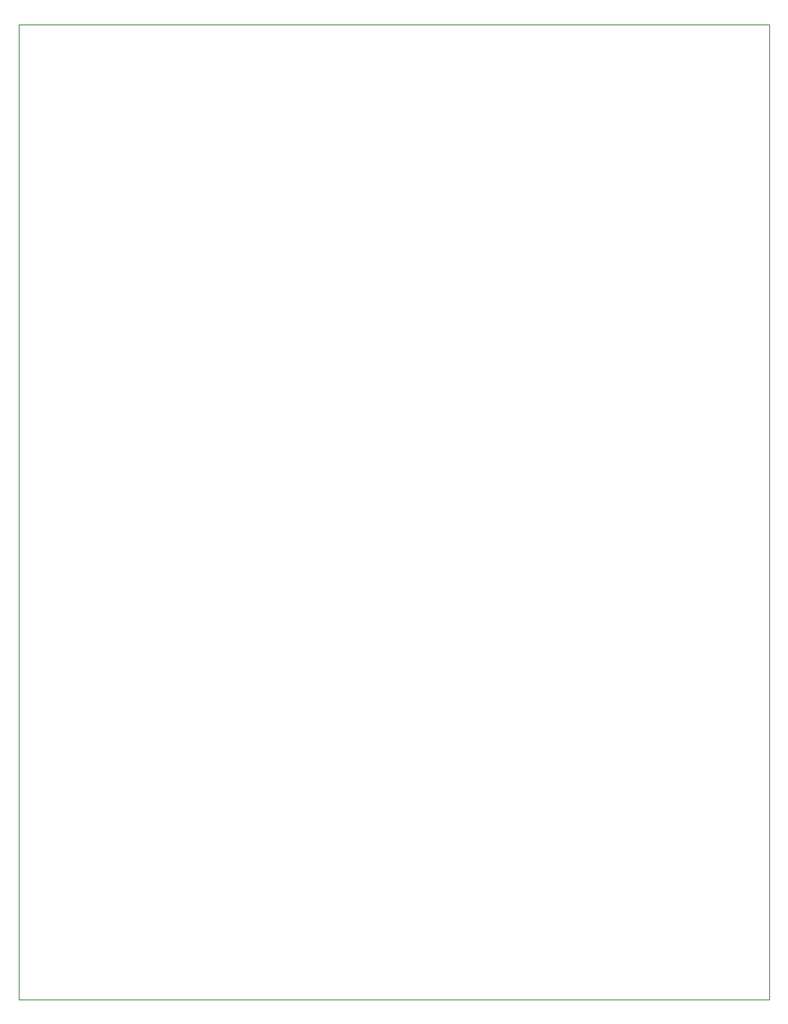
<source format=gbr>
G04 #@! TF.GenerationSoftware,KiCad,Pcbnew,6.0.7-f9a2dced07~116~ubuntu20.04.1*
G04 #@! TF.CreationDate,2022-08-19T20:43:36+02:00*
G04 #@! TF.ProjectId,sboxnet-booster,73626f78-6e65-4742-9d62-6f6f73746572,rev?*
G04 #@! TF.SameCoordinates,Original*
G04 #@! TF.FileFunction,Profile,NP*
%FSLAX46Y46*%
G04 Gerber Fmt 4.6, Leading zero omitted, Abs format (unit mm)*
G04 Created by KiCad (PCBNEW 6.0.7-f9a2dced07~116~ubuntu20.04.1) date 2022-08-19 20:43:36*
%MOMM*%
%LPD*%
G01*
G04 APERTURE LIST*
G04 #@! TA.AperFunction,Profile*
%ADD10C,0.050000*%
G04 #@! TD*
G04 APERTURE END LIST*
D10*
X58224000Y-54165500D02*
X136110000Y-54165500D01*
X136110000Y-54165500D02*
X136110000Y-155274500D01*
X136110000Y-155274500D02*
X58224000Y-155274500D01*
X58224000Y-155274500D02*
X58224000Y-54165500D01*
M02*

</source>
